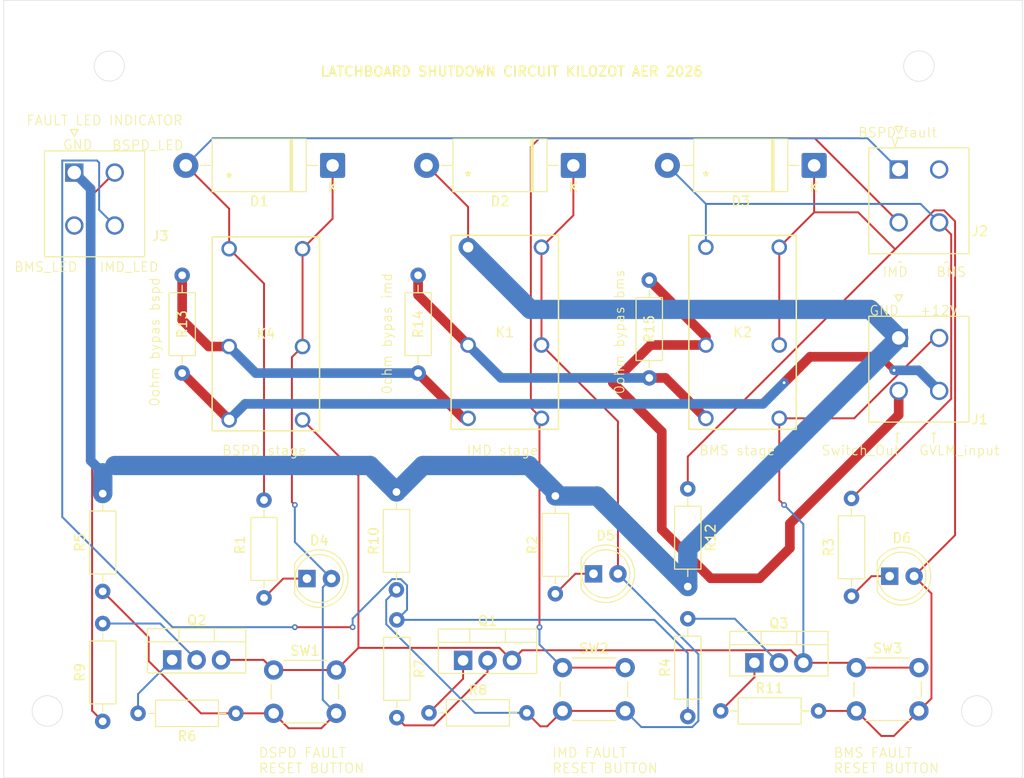
<source format=kicad_pcb>
(kicad_pcb (version 20241229) (generator "pcbnew") (generator_version "9.0")
  (layers (0 "F.Cu" signal) (2 "B.Cu" signal) (13 "F.Paste" user) (15 "B.Paste" user) (5 "F.SilkS" user "F.Silkscreen") (7 "B.SilkS" user "B.Silkscreen") (1 "F.Mask" user) (3 "B.Mask" user) (25 "Edge.Cuts" user))
  (net 0 "")
  (net 1 "BSPD_FAULT")
  (net 2 "Net-(D1-K)")
  (net 3 "GND")
  (net 4 "Net-(D2-K)")
  (net 5 "Net-(D3-K)")
  (net 6 "BMS_FAULT")
  (net 7 "GVLM_INPUT")
  (net 8 "+12V")
  (net 10 "IMD_FAULT")
  (net 11 "IMDfault_LED")
  (net 12 "BSPDfault_LED")
  (net 13 "BMSfault_LED")
  (net 14 "Net-(D4-K)")
  (net 15 "Net-(D5-K)")
  (net 16 "Net-(D6-K)")
  (net 17 "Net-(Q3-D)")
  (net 18 "Net-(Q2-G)")
  (net 19 "Net-(Q1-D)")
  (net 20 "Net-(Q1-G)")
  (net 21 "Net-(Q2-D)")
  (net 22 "Net-(Q3-G)")
  (net 23 "internal_switch_output")
  (net 24 "Net-(K1-Pad3)")
  (net 25 "Net-(K1-Pad4)")
  (footprint "Resistor_THT:R_Axial_DIN0207_L6.3mm_D2.5mm_P10.16mm_Horizontal" (layer "F.Cu") (at 70.08 123.25 180)
    (property "Reference" "R6" (at 5.08 -2.37 0) (layer "F.SilkS"))
    (property "Value" "1k")
    (pad "1" thru_hole circle (at 0 0 180) (size 1.6 1.6) (drill 0.8) (layers "*.Cu" "*.Mask") (net 2 "Net-(D1-K)"))
    (pad "2" thru_hole circle (at 10.16 0 180) (size 1.6 1.6) (drill 0.8) (layers "*.Cu" "*.Mask") (net 18 "Net-(Q2-G)"))
  )
  (footprint "Resistor_THT:R_Axial_DIN0207_L6.3mm_D2.5mm_P10.16mm_Horizontal" (layer "F.Cu") (at 120.42 123)
    (property "Reference" "R11" (at 5.08 -2.37 0) (layer "F.SilkS"))
    (property "Value" "1k")
    (pad "1" thru_hole circle (at 0 0) (size 1.6 1.6) (drill 0.8) (layers "*.Cu" "*.Mask") (net 22 "Net-(Q3-G)"))
    (pad "2" thru_hole circle (at 10.16 0) (size 1.6 1.6) (drill 0.8) (layers "*.Cu" "*.Mask") (net 5 "Net-(D3-K)"))
  )
  (footprint "1MyCustomLibrary:RELAY_G6B-2114P-US_OMR" (layer "F.Cu") (at 77 92.66)
    (property "Reference" "K4" (at -3.81 -8.840001 0) (layer "F.SilkS"))
    (property "Value" "G6B-2214P-US DC12")
    (fp_text user "*" (at -7.62 -24.980002 0) (layer "F.SilkS"))
    (fp_text user "*" (at -7.62 -24.980002 0) (layer "F.SilkS"))
    (pad "1" thru_hole circle (at -7.62 -17.680001) (size 1.608074 1.608074) (drill 1.0922) (layers "*.Cu" "*.Mask") (net 1 "BSPD_FAULT"))
    (pad "3" thru_hole circle (at -7.62 -7.520001) (size 1.608074 1.608074) (drill 1.0922) (layers "*.Cu" "*.Mask") (net 25 "Net-(K1-Pad4)"))
    (pad "4" thru_hole circle (at -7.62 0.099999) (size 1.608074 1.608074) (drill 1.0922) (layers "*.Cu" "*.Mask") (net 7 "GVLM_INPUT"))
    (pad "5" thru_hole circle (at 0 0.099999) (size 1.608074 1.608074) (drill 1.0922) (layers "*.Cu" "*.Mask") (net 8 "+12V"))
    (pad "6" thru_hole circle (at 0 -7.520001) (size 1.608074 1.608074) (drill 1.0922) (layers "*.Cu" "*.Mask") (net 2 "Net-(D1-K)"))
    (pad "8" thru_hole circle (at 0 -17.680001) (size 1.608074 1.608074) (drill 1.0922) (layers "*.Cu" "*.Mask") (net 2 "Net-(D1-K)"))
  )
  (footprint "Package_TO_SOT_THT:TO-220-3_Vertical" (layer "F.Cu") (at 63.46 117.7)
    (property "Reference" "Q2" (at 2.54 -4.1 0) (layer "F.SilkS"))
    (property "Value" "PMOS")
    (pad "1" thru_hole rect (at 0 0) (size 1.905 2) (drill 1.1) (layers "*.Cu" "*.Mask") (net 18 "Net-(Q2-G)"))
    (pad "2" thru_hole oval (at 2.54 0) (size 1.905 2) (drill 1.1) (layers "*.Cu" "*.Mask") (net 21 "Net-(Q2-D)"))
    (pad "3" thru_hole oval (at 5.08 0) (size 1.905 2) (drill 1.1) (layers "*.Cu" "*.Mask") (net 8 "+12V"))
  )
  (footprint "Resistor_THT:R_Axial_DIN0207_L6.3mm_D2.5mm_P10.16mm_Horizontal" (layer "F.Cu") (at 117 123.58 90)
    (property "Reference" "R4" (at 5.08 -2.37 90) (layer "F.SilkS"))
    (property "Value" "470")
    (pad "1" thru_hole circle (at 0 0 90) (size 1.6 1.6) (drill 0.8) (layers "*.Cu" "*.Mask") (net 11 "IMDfault_LED"))
    (pad "2" thru_hole circle (at 10.16 0 90) (size 1.6 1.6) (drill 0.8) (layers "*.Cu" "*.Mask") (net 17 "Net-(Q3-D)"))
  )
  (footprint "LED_THT:LED_D5.0mm" (layer "F.Cu") (at 77.46 109.25)
    (property "Reference" "D4" (at 1.27 -3.96 0) (layer "F.SilkS"))
    (property "Value" "DEBUG LED")
    (pad "1" thru_hole rect (at 0 0) (size 1.8 1.8) (drill 0.9) (layers "*.Cu" "*.Mask") (net 14 "Net-(D4-K)"))
    (pad "2" thru_hole circle (at 2.54 0) (size 1.8 1.8) (drill 0.9) (layers "*.Cu" "*.Mask") (net 2 "Net-(D1-K)"))
  )
  (footprint "1MyCustomLibrary:RELAY_G6B-2114P-US_OMR" (layer "F.Cu") (at 101.81 92.5)
    (property "Reference" "K1" (at -3.81 -8.840001 0) (layer "F.SilkS"))
    (property "Value" "G6B-2214P-US DC12")
    (fp_text user "*" (at -7.62 -24.980002 0) (layer "F.SilkS"))
    (fp_text user "*" (at -7.62 -24.980002 0) (layer "F.SilkS"))
    (pad "1" thru_hole circle (at -7.62 -17.680001) (size 1.608074 1.608074) (drill 1.0922) (layers "*.Cu" "*.Mask") (net 3 "GND"))
    (pad "3" thru_hole circle (at -7.62 -7.520001) (size 1.608074 1.608074) (drill 1.0922) (layers "*.Cu" "*.Mask") (net 24 "Net-(K1-Pad3)"))
    (pad "4" thru_hole circle (at -7.62 0.099999) (size 1.608074 1.608074) (drill 1.0922) (layers "*.Cu" "*.Mask") (net 25 "Net-(K1-Pad4)"))
    (pad "5" thru_hole circle (at 0 0.099999) (size 1.608074 1.608074) (drill 1.0922) (layers "*.Cu" "*.Mask") (net 10 "IMD_FAULT"))
    (pad "6" thru_hole circle (at 0 -7.520001) (size 1.608074 1.608074) (drill 1.0922) (layers "*.Cu" "*.Mask") (net 4 "Net-(D2-K)"))
    (pad "8" thru_hole circle (at 0 -17.680001) (size 1.608074 1.608074) (drill 1.0922) (layers "*.Cu" "*.Mask") (net 4 "Net-(D2-K)"))
  )
  (footprint "Resistor_THT:R_Axial_DIN0207_L6.3mm_D2.5mm_P10.16mm_Horizontal" (layer "F.Cu") (at 86.75 110.41 90)
    (property "Reference" "R10" (at 5.08 -2.37 90) (layer "F.SilkS"))
    (property "Value" "10k")
    (pad "1" thru_hole circle (at 0 0 90) (size 1.6 1.6) (drill 0.8) (layers "*.Cu" "*.Mask") (net 4 "Net-(D2-K)"))
    (pad "2" thru_hole circle (at 10.16 0 90) (size 1.6 1.6) (drill 0.8) (layers "*.Cu" "*.Mask") (net 3 "GND"))
  )
  (footprint "1MyCustomLibrary:MOLEX_39296048" (layer "F.Cu") (at 138.9 66.74425)
    (property "Reference" "J2" (at 8.42 6.40775 0) (layer "F.SilkS"))
    (property "Value" "2x2con")
    (pad "1" thru_hole rect (at 0 0) (size 1.9 1.9) (drill 1.4) (layers "*.Cu") (net 1 "BSPD_FAULT"))
    (pad "2" thru_hole circle (at 4.2 0) (size 1.9 1.9) (drill 1.4) (layers "*.Cu"))
    (pad "3" thru_hole circle (at 0 5.5) (size 1.9 1.9) (drill 1.4) (layers "*.Cu") (net 10 "IMD_FAULT"))
    (pad "4" thru_hole circle (at 4.2 5.5) (size 1.9 1.9) (drill 1.4) (layers "*.Cu") (net 6 "BMS_FAULT"))
  )
  (footprint "1MyCustomLibrary:RELAY_G6B-2114P-US_OMR" (layer "F.Cu") (at 126.5 92.5)
    (property "Reference" "K2" (at -3.81 -8.840001 0) (layer "F.SilkS"))
    (property "Value" "G6B-2214P-US DC12")
    (fp_text user "*" (at -7.62 -24.980002 0) (layer "F.SilkS"))
    (fp_text user "*" (at -7.62 -24.980002 0) (layer "F.SilkS"))
    (pad "1" thru_hole circle (at -7.62 -17.680001) (size 1.608074 1.608074) (drill 1.0922) (layers "*.Cu" "*.Mask") (net 6 "BMS_FAULT"))
    (pad "3" thru_hole circle (at -7.62 -7.520001) (size 1.608074 1.608074) (drill 1.0922) (layers "*.Cu" "*.Mask") (net 23 "internal_switch_output"))
    (pad "4" thru_hole circle (at -7.62 0.099999) (size 1.608074 1.608074) (drill 1.0922) (layers "*.Cu" "*.Mask") (net 24 "Net-(K1-Pad3)"))
    (pad "5" thru_hole circle (at 0 0.099999) (size 1.608074 1.608074) (drill 1.0922) (layers "*.Cu" "*.Mask") (net 8 "+12V"))
    (pad "6" thru_hole circle (at 0 -7.520001) (size 1.608074 1.608074) (drill 1.0922) (layers "*.Cu" "*.Mask") (net 5 "Net-(D3-K)"))
    (pad "8" thru_hole circle (at 0 -17.680001) (size 1.608074 1.608074) (drill 1.0922) (layers "*.Cu" "*.Mask") (net 5 "Net-(D3-K)"))
  )
  (footprint "1MyCustomLibrary:MOLEX_39296048" (layer "F.Cu") (at 53.3 67.064249)
    (property "Reference" "J3" (at 8.93 6.595751 0) (layer "F.SilkS"))
    (property "Value" "2x2con")
    (pad "1" thru_hole rect (at 0 0) (size 1.9 1.9) (drill 1.4) (layers "*.Cu") (net 3 "GND"))
    (pad "2" thru_hole circle (at 4.2 0) (size 1.9 1.9) (drill 1.4) (layers "*.Cu") (net 12 "BSPDfault_LED"))
    (pad "3" thru_hole circle (at 0 5.5) (size 1.9 1.9) (drill 1.4) (layers "*.Cu") (net 13 "BMSfault_LED"))
    (pad "4" thru_hole circle (at 4.2 5.5) (size 1.9 1.9) (drill 1.4) (layers "*.Cu") (net 11 "IMDfault_LED"))
  )
  (footprint "Resistor_THT:R_Axial_DIN0207_L6.3mm_D2.5mm_P10.16mm_Horizontal" (layer "F.Cu") (at 117 99.92 -90)
    (property "Reference" "R12" (at 5.08 -2.37 90) (layer "F.SilkS"))
    (property "Value" "10k")
    (pad "1" thru_hole circle (at 0 0 270) (size 1.6 1.6) (drill 0.8) (layers "*.Cu" "*.Mask") (net 5 "Net-(D3-K)"))
    (pad "2" thru_hole circle (at 10.16 0 270) (size 1.6 1.6) (drill 0.8) (layers "*.Cu" "*.Mask") (net 3 "GND"))
  )
  (footprint "Diode_THT:D_DO-201_P15.24mm_Horizontal" (layer "F.Cu") (at 80.12 66.319999 180)
    (property "Reference" "D1" (at 7.62 -3.725 0) (layer "F.SilkS"))
    (property "Value" "1N4148WT")
    (fp_text user "K" (at 0 -2.3 0) (layer "F.SilkS"))
    (pad "1" thru_hole roundrect (at 0 0 180) (size 2.6 2.6) (drill 1.3) (layers "*.Cu" "*.Mask") (roundrect_rratio 0.096154) (net 2 "Net-(D1-K)"))
    (pad "2" thru_hole circle (at 15.24 0 180) (size 2.6 2.6) (drill 1.3) (layers "*.Cu" "*.Mask") (net 1 "BSPD_FAULT"))
  )
  (footprint "Resistor_THT:R_Axial_DIN0207_L6.3mm_D2.5mm_P10.16mm_Horizontal" (layer "F.Cu") (at 90.13 123.2)
    (property "Reference" "R8" (at 5.08 -2.37 0) (layer "F.SilkS"))
    (property "Value" "1k")
    (pad "1" thru_hole circle (at 0 0) (size 1.6 1.6) (drill 0.8) (layers "*.Cu" "*.Mask") (net 20 "Net-(Q1-G)"))
    (pad "2" thru_hole circle (at 10.16 0) (size 1.6 1.6) (drill 0.8) (layers "*.Cu" "*.Mask") (net 4 "Net-(D2-K)"))
  )
  (footprint "LED_THT:LED_D5.0mm" (layer "F.Cu") (at 107.21 108.75)
    (property "Reference" "D5" (at 1.27 -3.96 0) (layer "F.SilkS"))
    (property "Value" "DEBUG LED")
    (pad "1" thru_hole rect (at 0 0) (size 1.8 1.8) (drill 0.9) (layers "*.Cu" "*.Mask") (net 15 "Net-(D5-K)"))
    (pad "2" thru_hole circle (at 2.54 0) (size 1.8 1.8) (drill 0.9) (layers "*.Cu" "*.Mask") (net 4 "Net-(D2-K)"))
  )
  (footprint "Package_TO_SOT_THT:TO-220-3_Vertical" (layer "F.Cu") (at 93.67 117.75)
    (property "Reference" "Q1" (at 2.54 -4.1 0) (layer "F.SilkS"))
    (property "Value" "PMOS")
    (pad "1" thru_hole rect (at 0 0) (size 1.905 2) (drill 1.1) (layers "*.Cu" "*.Mask") (net 20 "Net-(Q1-G)"))
    (pad "2" thru_hole oval (at 2.54 0) (size 1.905 2) (drill 1.1) (layers "*.Cu" "*.Mask") (net 19 "Net-(Q1-D)"))
    (pad "3" thru_hole oval (at 5.08 0) (size 1.905 2) (drill 1.1) (layers "*.Cu" "*.Mask") (net 8 "+12V"))
  )
  (footprint "Package_TO_SOT_THT:TO-220-3_Vertical" (layer "F.Cu") (at 123.92 118)
    (property "Reference" "Q3" (at 2.54 -4.1 0) (layer "F.SilkS"))
    (property "Value" "PMOS")
    (pad "1" thru_hole rect (at 0 0) (size 1.905 2) (drill 1.1) (layers "*.Cu" "*.Mask") (net 22 "Net-(Q3-G)"))
    (pad "2" thru_hole oval (at 2.54 0) (size 1.905 2) (drill 1.1) (layers "*.Cu" "*.Mask") (net 17 "Net-(Q3-D)"))
    (pad "3" thru_hole oval (at 5.08 0) (size 1.905 2) (drill 1.1) (layers "*.Cu" "*.Mask") (net 8 "+12V"))
  )
  (footprint "Button_Switch_THT:SW_PUSH_6mm" (layer "F.Cu") (at 134.5 118.5)
    (property "Reference" "SW3" (at 3.25 -2 0) (layer "F.SilkS"))
    (property "Value" "SW_Push")
    (pad "1" thru_hole circle (at 0 0 90) (size 2 2) (drill 1.1) (layers "*.Cu" "*.Mask") (net 8 "+12V"))
    (pad "1" thru_hole circle (at 6.5 0 90) (size 2 2) (drill 1.1) (layers "*.Cu" "*.Mask") (net 8 "+12V"))
    (pad "2" thru_hole circle (at 0 4.5 90) (size 2 2) (drill 1.1) (layers "*.Cu" "*.Mask") (net 5 "Net-(D3-K)"))
    (pad "2" thru_hole circle (at 6.5 4.5 90) (size 2 2) (drill 1.1) (layers "*.Cu" "*.Mask") (net 5 "Net-(D3-K)"))
  )
  (footprint "Resistor_THT:R_Axial_DIN0207_L6.3mm_D2.5mm_P10.16mm_Horizontal" (layer "F.Cu") (at 86.79 113.54 -90)
    (property "Reference" "R7" (at 5.08 -2.37 90) (layer "F.SilkS"))
    (property "Value" "470")
    (pad "1" thru_hole circle (at 0 0 270) (size 1.6 1.6) (drill 0.8) (layers "*.Cu" "*.Mask") (net 11 "IMDfault_LED"))
    (pad "2" thru_hole circle (at 10.16 0 270) (size 1.6 1.6) (drill 0.8) (layers "*.Cu" "*.Mask") (net 19 "Net-(Q1-D)"))
  )
  (footprint "Resistor_THT:R_Axial_DIN0207_L6.3mm_D2.5mm_P10.16mm_Horizontal" (layer "F.Cu") (at 73 111.25 90)
    (property "Reference" "R1" (at 5.5 -2.5 90) (layer "F.SilkS"))
    (property "Value" "1k")
    (pad "1" thru_hole circle (at 0 0 90) (size 1.6 1.6) (drill 0.8) (layers "*.Cu" "*.Mask") (net 14 "Net-(D4-K)"))
    (pad "2" thru_hole circle (at 10.16 0 90) (size 1.6 1.6) (drill 0.8) (layers "*.Cu" "*.Mask") (net 1 "BSPD_FAULT"))
  )
  (footprint "Resistor_THT:R_Axial_DIN0207_L6.3mm_D2.5mm_P10.16mm_Horizontal" (layer "F.Cu") (at 113 88.399999 90)
    (property "Reference" "R15" (at 5.08 0 90) (layer "F.SilkS"))
    (property "Value" "0")
    (pad "1" thru_hole circle (at 0 0 90) (size 1.6 1.6) (drill 0.8) (layers "*.Cu" "*.Mask") (net 24 "Net-(K1-Pad3)"))
    (pad "2" thru_hole circle (at 10.16 0 90) (size 1.6 1.6) (drill 0.8) (layers "*.Cu" "*.Mask") (net 23 "internal_switch_output"))
  )
  (footprint "Resistor_THT:R_Axial_DIN0207_L6.3mm_D2.5mm_P10.16mm_Horizontal" (layer "F.Cu") (at 56.25 110.58 90)
    (property "Reference" "R5" (at 5.08 -2.37 90) (layer "F.SilkS"))
    (property "Value" "10k")
    (pad "1" thru_hole circle (at 0 0 90) (size 1.6 1.6) (drill 0.8) (layers "*.Cu" "*.Mask") (net 2 "Net-(D1-K)"))
    (pad "2" thru_hole circle (at 10.16 0 90) (size 1.6 1.6) (drill 0.8) (layers "*.Cu" "*.Mask") (net 3 "GND"))
  )
  (footprint "LED_THT:LED_D5.0mm" (layer "F.Cu") (at 137.96 109)
    (property "Reference" "D6" (at 1.27 -3.96 0) (layer "F.SilkS"))
    (property "Value" "DEBUG LED")
    (pad "1" thru_hole rect (at 0 0) (size 1.8 1.8) (drill 0.9) (layers "*.Cu" "*.Mask") (net 16 "Net-(D6-K)"))
    (pad "2" thru_hole circle (at 2.54 0) (size 1.8 1.8) (drill 0.9) (layers "*.Cu" "*.Mask") (net 5 "Net-(D3-K)"))
  )
  (footprint "Resistor_THT:R_Axial_DIN0207_L6.3mm_D2.5mm_P10.16mm_Horizontal" (layer "F.Cu") (at 103.25 110.83 90)
    (property "Reference" "R2" (at 5.08 -2.37 90) (layer "F.SilkS"))
    (property "Value" "1k")
    (pad "1" thru_hole circle (at 0 0 90) (size 1.6 1.6) (drill 0.8) (layers "*.Cu" "*.Mask") (net 15 "Net-(D5-K)"))
    (pad "2" thru_hole circle (at 10.16 0 90) (size 1.6 1.6) (drill 0.8) (layers "*.Cu" "*.Mask") (net 3 "GND"))
  )
  (footprint "Resistor_THT:R_Axial_DIN0207_L6.3mm_D2.5mm_P10.16mm_Horizontal" (layer "F.Cu") (at 56.25 124.08 90)
    (property "Reference" "R9" (at 5.08 -2.37 90) (layer "F.SilkS"))
    (property "Value" "470")
    (pad "1" thru_hole circle (at 0 0 90) (size 1.6 1.6) (drill 0.8) (layers "*.Cu" "*.Mask") (net 12 "BSPDfault_LED"))
    (pad "2" thru_hole circle (at 10.16 0 90) (size 1.6 1.6) (drill 0.8) (layers "*.Cu" "*.Mask") (net 21 "Net-(Q2-D)"))
  )
  (footprint "Resistor_THT:R_Axial_DIN0207_L6.3mm_D2.5mm_P10.16mm_Horizontal" (layer "F.Cu") (at 64.5 87.899999 90)
    (property "Reference" "R13" (at 5.08 0 90) (layer "F.SilkS"))
    (property "Value" "0")
    (pad "1" thru_hole circle (at 0 0 90) (size 1.6 1.6) (drill 0.8) (layers "*.Cu" "*.Mask") (net 7 "GVLM_INPUT"))
    (pad "2" thru_hole circle (at 10.16 0 90) (size 1.6 1.6) (drill 0.8) (layers "*.Cu" "*.Mask") (net 25 "Net-(K1-Pad4)"))
  )
  (footprint "Resistor_THT:R_Axial_DIN0207_L6.3mm_D2.5mm_P10.16mm_Horizontal" (layer "F.Cu") (at 89 87.899999 90)
    (property "Reference" "R14" (at 5.08 0 90) (layer "F.SilkS"))
    (property "Value" "0")
    (pad "1" thru_hole circle (at 0 0 90) (size 1.6 1.6) (drill 0.8) (layers "*.Cu" "*.Mask") (net 25 "Net-(K1-Pad4)"))
    (pad "2" thru_hole circle (at 10.16 0 90) (size 1.6 1.6) (drill 0.8) (layers "*.Cu" "*.Mask") (net 24 "Net-(K1-Pad3)"))
  )
  (footprint "Button_Switch_THT:SW_PUSH_6mm" (layer "F.Cu") (at 104 118.5)
    (property "Reference" "SW2" (at 3.25 -2 0) (layer "F.SilkS"))
    (property "Value" "SW_Push")
    (pad "1" thru_hole circle (at 0 0 90) (size 2 2) (drill 1.1) (layers "*.Cu" "*.Mask") (net 10 "IMD_FAULT"))
    (pad "1" thru_hole circle (at 6.5 0 90) (size 2 2) (drill 1.1) (layers "*.Cu" "*.Mask") (net 10 "IMD_FAULT"))
    (pad "2" thru_hole circle (at 0 4.5 90) (size 2 2) (drill 1.1) (layers "*.Cu" "*.Mask") (net 4 "Net-(D2-K)"))
    (pad "2" thru_hole circle (at 6.5 4.5 90) (size 2 2) (drill 1.1) (layers "*.Cu" "*.Mask") (net 4 "Net-(D2-K)"))
  )
  (footprint "Button_Switch_THT:SW_PUSH_6mm" (layer "F.Cu") (at 74 118.75)
    (property "Reference" "SW1" (at 3.25 -2 0) (layer "F.SilkS"))
    (property "Value" "SW_Push")
    (pad "1" thru_hole circle (at 0 0 90) (size 2 2) (drill 1.1) (layers "*.Cu" "*.Mask") (net 8 "+12V"))
    (pad "1" thru_hole circle (at 6.5 0 90) (size 2 2) (drill 1.1) (layers "*.Cu" "*.Mask") (net 8 "+12V"))
    (pad "2" thru_hole circle (at 0 4.5 90) (size 2 2) (drill 1.1) (layers "*.Cu" "*.Mask") (net 2 "Net-(D1-K)"))
    (pad "2" thru_hole circle (at 6.5 4.5 90) (size 2 2) (drill 1.1) (layers "*.Cu" "*.Mask") (net 2 "Net-(D1-K)"))
  )
  (footprint "1MyCustomLibrary:MOLEX_39296048" (layer "F.Cu") (at 138.9 84.24425)
    (property "Reference" "J1" (at 8.42 8.46575 0) (layer "F.SilkS"))
    (property "Value" "2x2con")
    (pad "1" thru_hole rect (at 0 0) (size 1.9 1.9) (drill 1.4) (layers "*.Cu") (net 3 "GND"))
    (pad "2" thru_hole circle (at 4.2 0) (size 1.9 1.9) (drill 1.4) (layers "*.Cu") (net 8 "+12V"))
    (pad "3" thru_hole circle (at 0 5.5) (size 1.9 1.9) (drill 1.4) (layers "*.Cu") (net 23 "internal_switch_output"))
    (pad "4" thru_hole circle (at 4.2 5.5) (size 1.9 1.9) (drill 1.4) (layers "*.Cu") (net 7 "GVLM_INPUT"))
  )
  (footprint "Resistor_THT:R_Axial_DIN0207_L6.3mm_D2.5mm_P10.16mm_Horizontal" (layer "F.Cu") (at 134 111.08 90)
    (property "Reference" "R3" (at 5.08 -2.37 90) (layer "F.SilkS"))
    (property "Value" "1k")
    (pad "1" thru_hole circle (at 0 0 90) (size 1.6 1.6) (drill 0.8) (layers "*.Cu" "*.Mask") (net 16 "Net-(D6-K)"))
    (pad "2" thru_hole circle (at 10.16 0 90) (size 1.6 1.6) (drill 0.8) (layers "*.Cu" "*.Mask") (net 6 "BMS_FAULT"))
  )
  (footprint "Diode_THT:D_DO-201_P15.24mm_Horizontal" (layer "F.Cu") (at 130.12 66.319999 180)
    (property "Reference" "D3" (at 7.62 -3.725 0) (layer "F.SilkS"))
    (property "Value" "1N4148WT")
    (fp_text user "K" (at 0 -2.3 0) (layer "F.SilkS"))
    (pad "1" thru_hole roundrect (at 0 0 180) (size 2.6 2.6) (drill 1.3) (layers "*.Cu" "*.Mask") (roundrect_rratio 0.096154) (net 5 "Net-(D3-K)"))
    (pad "2" thru_hole circle (at 15.24 0 180) (size 2.6 2.6) (drill 1.3) (layers "*.Cu" "*.Mask") (net 6 "BMS_FAULT"))
  )
  (footprint "Diode_THT:D_DO-201_P15.24mm_Horizontal" (layer "F.Cu") (at 105.12 66.319999 180)
    (property "Reference" "D2" (at 7.62 -3.725 0) (layer "F.SilkS"))
    (property "Value" "1N4148WT")
    (fp_text user "K" (at 0 -2.3 0) (layer "F.SilkS"))
    (pad "1" thru_hole roundrect (at 0 0 180) (size 2.6 2.6) (drill 1.3) (layers "*.Cu" "*.Mask") (roundrect_rratio 0.096154) (net 4 "Net-(D2-K)"))
    (pad "2" thru_hole circle (at 15.24 0 180) (size 2.6 2.6) (drill 1.3) (layers "*.Cu" "*.Mask") (net 3 "GND"))
  )
  (gr_circle (center 50.5 123) (end 52 123.5) (stroke (width 0.05)) (fill no) (layer "Edge.Cuts"))
  (gr_circle (center 141 56) (end 142.5 56.5) (stroke (width 0.05)) (fill no) (layer "Edge.Cuts"))
  (gr_circle (center 147 123) (end 146.5 124.5) (stroke (width 0.05)) (fill no) (layer "Edge.Cuts"))
  (gr_circle (center 56.93675 56) (end 58.138312 57) (stroke (width 0.05)) (fill no) (layer "Edge.Cuts"))
  (gr_rect (start 45.97 49.16) (end 151.74 129.945) (stroke (width 0.05)) (fill no) (layer "Edge.Cuts"))
  (gr_text "I" (at 142.24 95.25 0) (layer "F.SilkS") (effects (font (size 1 1) (thickness 0.1)) (justify left bottom)))
  (gr_text "LATCHBOARD SHUTDOWN CIRCUIT KILOZOT AER 2026" (at 78.74 57.15 0) (layer "F.SilkS") (effects (font (size 1 1) (thickness 0.2) (bold yes)) (justify left bottom)))
  (gr_text "BSPD_fault" (at 134.62 63.5 0) (layer "F.SilkS") (effects (font (size 1 1) (thickness 0.1)) (justify left bottom)))
  (gr_text "BSPD stage" (at 68.58 96.52 0) (layer "F.SilkS") (effects (font (size 1 1) (thickness 0.1)) (justify left bottom)))
  (gr_text "IMD_LED" (at 55.88 77.47 0) (layer "F.SilkS") (effects (font (size 1 1) (thickness 0.1)) (justify left bottom)))
  (gr_text "^" (at 138.684 77.47 0) (layer "F.SilkS") (effects (font (size 1 1) (thickness 0.1)) (justify left bottom)))
  (gr_text "^" (at 142.24 95.25 0) (layer "F.SilkS") (effects (font (size 1 1) (thickness 0.1)) (justify left bottom)))
  (gr_text "BMS" (at 142.748 77.978 0) (layer "F.SilkS") (effects (font (size 1 1) (thickness 0.1)) (justify left bottom)))
  (gr_text "GVLM_input" (at 140.97 96.52 0) (layer "F.SilkS") (effects (font (size 1 1) (thickness 0.1)) (justify left bottom)))
  (gr_text "FAULT LED INDICATOR" (at 48.26 62.23 0) (layer "F.SilkS") (effects (font (size 1 1) (thickness 0.1)) (justify left bottom)))
  (gr_text "V" (at 138.031429 64.49425 0) (layer "F.SilkS") (effects (font (size 1 1) (thickness 0.1)) (justify left bottom)))
  (gr_text "BSPD_LED" (at 57.15 64.814249 0) (layer "F.SilkS") (effects (font (size 1 1) (thickness 0.1)) (justify left bottom)))
  (gr_text "^" (at 138.43 95.25 0) (layer "F.SilkS") (effects (font (size 1 1) (thickness 0.1)) (justify left bottom)))
  (gr_text "BMS FAULT \nRESET BUTTON" (at 132.08 129.54 0) (layer "F.SilkS") (effects (font (size 1 1) (thickness 0.1)) (justify left bottom)))
  (gr_text "IMD FAULT \nRESET BUTTON" (at 102.87 129.54 0) (layer "F.SilkS") (effects (font (size 1 1) (thickness 0.1)) (justify left bottom)))
  (gr_text "GND" (at 135.8 81.99425 0) (layer "F.SilkS") (effects (font (size 1 1) (thickness 0.1)) (justify left bottom)))
  (gr_text "GND" (at 52.07 64.77 0) (layer "F.SilkS") (effects (font (size 1 1) (thickness 0.1)) (justify left bottom)))
  (gr_text "0ohm bypas bms" (at 110.49 90.17 90) (layer "F.SilkS") (effects (font (size 1 1) (thickness 0.1)) (justify left bottom)))
  (gr_text "I" (at 138.43 95.25 0) (layer "F.SilkS") (effects (font (size 1 1) (thickness 0.1)) (justify left bottom)))
  (gr_text "BMS_LED" (at 46.99 77.47 0) (layer "F.SilkS") (effects (font (size 1 1) (thickness 0.1)) (justify left bottom)))
  (gr_text "IMD" (at 137.16 77.978 0) (layer "F.SilkS") (effects (font (size 1 1) (thickness 0.1)) (justify left bottom)))
  (gr_text "+12V" (at 141 81.99425 0) (layer "F.SilkS") (effects (font (size 1 1) (thickness 0.1)) (justify left bottom)))
  (gr_text "Switch_Out" (at 130.81 96.52 0) (layer "F.SilkS") (effects (font (size 1 1) (thickness 0.1)) (justify left bottom)))
  (gr_text "0ohm bypas bspd" (at 62.23 91.44 90) (layer "F.SilkS") (effects (font (size 1 1) (thickness 0.1)) (justify left bottom)))
  (gr_text "BMS stage" (at 118.11 96.52 0) (layer "F.SilkS") (effects (font (size 1 1) (thickness 0.1)) (justify left bottom)))
  (gr_text "IMD stage" (at 93.98 96.52 0) (layer "F.SilkS") (effects (font (size 1 1) (thickness 0.1)) (justify left bottom)))
  (gr_text "DSPD FAULT \nRESET BUTTON" (at 72.39 129.54 0) (layer "F.SilkS") (effects (font (size 1 1) (thickness 0.1)) (justify left bottom)))
  (gr_text "0ohm bypas imd" (at 86.36 90.17 90) (layer "F.SilkS") (effects (font (size 1 1) (thickness 0.1)) (justify left bottom)))
  (gr_text "^" (at 143.51 77.47 0) (layer "F.SilkS") (effects (font (size 1 1) (thickness 0.1)) (justify left bottom)))
  (segment (start 64.88 66.319999) (end 69.38 70.819999) (width 0.2) (layer "F.Cu") (net 1))
  (segment (start 73 78.599999) (end 69.38 74.979999) (width 0.2) (layer "F.Cu") (net 1))
  (segment (start 73 101.09) (end 73 78.599999) (width 0.2) (layer "F.Cu") (net 1))
  (segment (start 69.38 70.819999) (end 69.38 74.979999) (width 0.2) (layer "F.Cu") (net 1))
  (segment (start 138.9 66.74425) (end 135.65575 63.5) (width 0.2) (layer "B.Cu") (net 1))
  (segment (start 135.65575 63.5) (end 67.699999 63.5) (width 0.2) (layer "B.Cu") (net 1))
  (segment (start 67.699999 63.5) (end 64.88 66.319999) (width 0.2) (layer "B.Cu") (net 1))
  (segment (start 74 123.25) (end 75.55 124.8) (width 0.2) (layer "F.Cu") (net 2))
  (segment (start 56.25 110.58) (end 61.021 115.351) (width 0.2) (layer "F.Cu") (net 2))
  (segment (start 75.894963 101.294963) (end 75.894963 86.245036) (width 0.2) (layer "F.Cu") (net 2))
  (segment (start 66.4555 123.25) (end 70.08 123.25) (width 0.2) (layer "F.Cu") (net 2))
  (segment (start 80.12 66.319999) (end 80.12 71.859999) (width 0.2) (layer "F.Cu") (net 2))
  (segment (start 61.021 117.8155) (end 66.4555 123.25) (width 0.2) (layer "F.Cu") (net 2))
  (segment (start 77 74.979999) (end 77 85.139999) (width 0.2) (layer "F.Cu") (net 2))
  (segment (start 61.021 115.351) (end 61.021 117.8155) (width 0.2) (layer "F.Cu") (net 2))
  (segment (start 70.08 123.25) (end 74 123.25) (width 0.2) (layer "F.Cu") (net 2))
  (segment (start 80.12 71.859999) (end 77 74.979999) (width 0.2) (layer "F.Cu") (net 2))
  (segment (start 76.2 101.6) (end 75.894963 101.294963) (width 0.2) (layer "F.Cu") (net 2))
  (segment (start 78.95 124.8) (end 80.5 123.25) (width 0.2) (layer "F.Cu") (net 2))
  (segment (start 75.894963 86.245036) (end 77 85.139999) (width 0.2) (layer "F.Cu") (net 2))
  (segment (start 75.55 124.8) (end 78.95 124.8) (width 0.2) (layer "F.Cu") (net 2))
  (via (at 76.2 101.6) (size 0.6) (drill 0.3) (layers "F.Cu" "B.Cu") (net 2))
  (segment (start 80.5 123.25) (end 79.1 121.85) (width 0.2) (layer "B.Cu") (net 2))
  (segment (start 76.2 105.45) (end 76.2 101.6) (width 0.2) (layer "B.Cu") (net 2))
  (segment (start 79.1 121.85) (end 79.1 110.15) (width 0.2) (layer "B.Cu") (net 2))
  (segment (start 80 109.25) (end 76.2 105.45) (width 0.2) (layer "B.Cu") (net 2))
  (segment (start 79.1 110.15) (end 80 109.25) (width 0.2) (layer "B.Cu") (net 2))
  (segment (start 94.19 70.629999) (end 94.19 74.819999) (width 0.2) (layer "F.Cu") (net 3))
  (segment (start 89.88 66.319999) (end 94.19 70.629999) (width 0.2) (layer "F.Cu") (net 3))
  (segment (start 117 106.14425) (end 117 110.08) (width 2) (layer "B.Cu") (net 3))
  (segment (start 117 110.08) (end 107.59 100.67) (width 2) (layer "B.Cu") (net 3))
  (segment (start 89.5 97.5) (end 100.5 97.5) (width 2) (layer "B.Cu") (net 3))
  (segment (start 100.650001 81.28) (end 135.93575 81.28) (width 2) (layer "B.Cu") (net 3))
  (segment (start 56.25 98.25) (end 56.25 100.42) (width 2) (layer "B.Cu") (net 3))
  (segment (start 138.9 84.24425) (end 117 106.14425) (width 2) (layer "B.Cu") (net 3))
  (segment (start 107.59 100.67) (end 103.25 100.67) (width 2) (layer "B.Cu") (net 3))
  (segment (start 103.25 100.25) (end 103.25 100.67) (width 0.2) (layer "B.Cu") (net 3))
  (segment (start 84 97.5) (end 86.75 100.25) (width 2) (layer "B.Cu") (net 3))
  (segment (start 55 97) (end 56.25 98.25) (width 1) (layer "B.Cu") (net 3))
  (segment (start 94.19 74.819999) (end 100.650001 81.28) (width 2) (layer "B.Cu") (net 3))
  (segment (start 135.93575 81.28) (end 138.9 84.24425) (width 2) (layer "B.Cu") (net 3))
  (segment (start 53.3 67.064249) (end 55 68.764249) (width 1) (layer "B.Cu") (net 3))
  (segment (start 86.75 100.25) (end 89.5 97.5) (width 2) (layer "B.Cu") (net 3))
  (segment (start 56.25 100.42) (end 56.25 98.75) (width 2) (layer "B.Cu") (net 3))
  (segment (start 56.25 98.75) (end 57.5 97.5) (width 1) (layer "B.Cu") (net 3))
  (segment (start 100.5 97.5) (end 103.25 100.25) (width 2) (layer "B.Cu") (net 3))
  (segment (start 55 68.764249) (end 55 97) (width 1) (layer "B.Cu") (net 3))
  (segment (start 57.5 97.5) (end 84 97.5) (width 2) (layer "B.Cu") (net 3))
  (segment (start 101.69 124.6) (end 100.29 123.2) (width 0.2) (layer "F.Cu") (net 4))
  (segment (start 104 123) (end 102.4 124.6) (width 0.2) (layer "F.Cu") (net 4))
  (segment (start 101.81 74.819999) (end 101.81 84.979999) (width 0.2) (layer "F.Cu") (net 4))
  (segment (start 105.12 71.509999) (end 101.81 74.819999) (width 0.2) (layer "F.Cu") (net 4))
  (segment (start 105.12 66.319999) (end 105.12 71.509999) (width 0.2) (layer "F.Cu") (net 4))
  (segment (start 104 123) (end 110.5 123) (width 0.2) (layer "F.Cu") (net 4))
  (segment (start 109.75 108.75) (end 109.75 92.919999) (width 0.2) (layer "F.Cu") (net 4))
  (segment (start 109.75 92.919999) (end 101.81 84.979999) (width 0.2) (layer "F.Cu") (net 4))
  (segment (start 102.4 124.6) (end 101.69 124.6) (width 0.2) (layer "F.Cu") (net 4))
  (segment (start 117.45605 124.681) (end 118.101 124.03605) (width 0.2) (layer "B.Cu") (net 4))
  (segment (start 94.89295 123.2) (end 100.29 123.2) (width 0.2) (layer "B.Cu") (net 4))
  (segment (start 118.101 124.03605) (end 118.101 117.101) (width 0.2) (layer "B.Cu") (net 4))
  (segment (start 85.689 111.471) (end 85.689 113.99605) (width 0.2) (layer "B.Cu") (net 4))
  (segment (start 86.75 110.41) (end 85.689 111.471) (width 0.2) (layer "B.Cu") (net 4))
  (segment (start 112.181 124.681) (end 117.45605 124.681) (width 0.2) (layer "B.Cu") (net 4))
  (segment (start 118.101 117.101) (end 109.75 108.75) (width 0.2) (layer "B.Cu") (net 4))
  (segment (start 85.689 113.99605) (end 94.89295 123.2) (width 0.2) (layer "B.Cu") (net 4))
  (segment (start 110.5 123) (end 112.181 124.681) (width 0.2) (layer "B.Cu") (net 4))
  (segment (start 142.581818 70.99325) (end 143.618182 70.99325) (width 0.2) (layer "F.Cu") (net 5))
  (segment (start 144.752 72.127068) (end 144.752 104.748) (width 0.2) (layer "F.Cu") (net 5))
  (segment (start 138.537534 75.037534) (end 142.581818 70.99325) (width 0.2) (layer "F.Cu") (net 5))
  (segment (start 137.1 125.6) (end 134.5 123) (width 0.2) (layer "F.Cu") (net 5))
  (segment (start 142.301 121.699) (end 141 123) (width 0.2) (layer "F.Cu") (net 5))
  (segment (start 117 99.92) (end 117 96.575068) (width 0.2) (layer "F.Cu") (net 5))
  (segment (start 134.5 123) (end 130.58 123) (width 0.2) (layer "F.Cu") (net 5))
  (segment (start 138.4 125.6) (end 137.1 125.6) (width 0.2) (layer "F.Cu") (net 5))
  (segment (start 140.5 109) (end 142.301 110.801) (width 0.2) (layer "F.Cu") (net 5))
  (segment (start 134.699999 71.199999) (end 138.537534 75.037534) (width 0.2) (layer "F.Cu") (net 5))
  (segment (start 130.12 66.319999) (end 130.12 71.199999) (width 0.2) (layer "F.Cu") (net 5))
  (segment (start 142.301 110.801) (end 142.301 121.699) (width 0.2) (layer "F.Cu") (net 5))
  (segment (start 141 123) (end 138.4 125.6) (width 0.2) (layer "F.Cu") (net 5))
  (segment (start 130.12 71.199999) (end 134.699999 71.199999) (width 0.2) (layer "F.Cu") (net 5))
  (segment (start 143.618182 70.99325) (end 144.752 72.127068) (width 0.2) (layer "F.Cu") (net 5))
  (segment (start 130.12 71.199999) (end 126.5 74.819999) (width 0.2) (layer "F.Cu") (net 5))
  (segment (start 117 96.575068) (end 138.537534 75.037534) (width 0.2) (layer "F.Cu") (net 5))
  (segment (start 126.5 74.819999) (end 126.5 84.979999) (width 0.2) (layer "F.Cu") (net 5))
  (segment (start 144.752 104.748) (end 140.5 109) (width 0.2) (layer "F.Cu") (net 5))
  (segment (start 144.351 90.569) (end 134 100.92) (width 0.2) (layer "F.Cu") (net 6))
  (segment (start 143.1 72.24425) (end 144.351 73.49525) (width 0.2) (layer "F.Cu") (net 6))
  (segment (start 144.351 73.49525) (end 144.351 90.569) (width 0.2) (layer "F.Cu") (net 6))
  (segment (start 118.88 70.319999) (end 141.175749 70.319999) (width 0.2) (layer "B.Cu") (net 6))
  (segment (start 118.88 70.319999) (end 118.88 74.819999) (width 0.2) (layer "B.Cu") (net 6))
  (segment (start 114.88 66.319999) (end 118.88 70.319999) (width 0.2) (layer "B.Cu") (net 6))
  (segment (start 141.175749 70.319999) (end 143.1 72.24425) (width 0.2) (layer "B.Cu") (net 6))
  (segment (start 137.002397 86.202397) (end 138.413269 87.613269) (width 0.7) (layer "F.Cu") (net 7))
  (segment (start 64.52 87.899999) (end 64.5 87.899999) (width 0.2) (layer "F.Cu") (net 7))
  (segment (start 129.697603 86.202397) (end 137.002397 86.202397) (width 1) (layer "F.Cu") (net 7))
  (segment (start 69.38 92.759999) (end 64.52 87.899999) (width 1) (layer "F.Cu") (net 7))
  (segment (start 127 88.9) (end 129.697603 86.202397) (width 1) (layer "F.Cu") (net 7))
  (via (at 127 88.9) (size 0.6) (drill 0.3) (layers "F.Cu" "B.Cu") (net 7))
  (via (at 138.413269 87.613269) (size 0.6) (drill 0.3) (layers "F.Cu" "B.Cu") (net 7))
  (segment (start 140.969019 87.613269) (end 143.1 89.74425) (width 1) (layer "B.Cu") (net 7))
  (segment (start 127 88.9) (end 124.805038 91.094962) (width 1) (layer "B.Cu") (net 7))
  (segment (start 138.413269 87.613269) (end 140.969019 87.613269) (width 1) (layer "B.Cu") (net 7))
  (segment (start 124.805038 91.094962) (end 71.045037 91.094962) (width 1) (layer "B.Cu") (net 7))
  (segment (start 71.045037 91.094962) (end 69.38 92.759999) (width 1) (layer "B.Cu") (net 7))
  (segment (start 126.5 101.1) (end 127 101.6) (width 0.2) (layer "F.Cu") (net 8))
  (segment (start 82.801 116.449) (end 80.5 118.75) (width 0.2) (layer "F.Cu") (net 8))
  (segment (start 134 118) (end 134.5 118.5) (width 0.2) (layer "F.Cu") (net 8))
  (segment (start 77 92.759999) (end 82.801 98.560999) (width 0.2) (layer "F.Cu") (net 8))
  (segment (start 142.630818 84.24425) (end 134.275069 92.599999) (width 0.2) (layer "F.Cu") (net 8))
  (segment (start 82.801 98.560999) (end 82.801 116.449) (width 0.2) (layer "F.Cu") (net 8))
  (segment (start 129 118) (end 134 118) (width 0.2) (layer "F.Cu") (net 8))
  (segment (start 127.699 116.699) (end 99.801 116.699) (width 0.2) (layer "F.Cu") (net 8))
  (segment (start 97.449 116.449) (end 82.801 116.449) (width 0.2) (layer "F.Cu") (net 8))
  (segment (start 134.5 118.5) (end 141 118.5) (width 0.2) (layer "F.Cu") (net 8))
  (segment (start 74 118.75) (end 72.95 117.7) (width 0.2) (layer "F.Cu") (net 8))
  (segment (start 134.275069 92.599999) (end 126.5 92.599999) (width 0.2) (layer "F.Cu") (net 8))
  (segment (start 99.801 116.699) (end 98.75 117.75) (width 0.2) (layer "F.Cu") (net 8))
  (segment (start 80.5 118.75) (end 74 118.75) (width 0.2) (layer "F.Cu") (net 8))
  (segment (start 98.75 117.75) (end 97.449 116.449) (width 0.2) (layer "F.Cu") (net 8))
  (segment (start 126.5 92.599999) (end 126.5 101.1) (width 0.2) (layer "F.Cu") (net 8))
  (segment (start 129 118) (end 127.699 116.699) (width 0.2) (layer "F.Cu") (net 8))
  (segment (start 143.1 84.24425) (end 142.630818 84.24425) (width 0.2) (layer "F.Cu") (net 8))
  (segment (start 72.95 117.7) (end 68.54 117.7) (width 0.2) (layer "F.Cu") (net 8))
  (via (at 127 101.6) (size 0.6) (drill 0.3) (layers "F.Cu" "B.Cu") (net 8))
  (segment (start 129 103.6) (end 129 118) (width 0.2) (layer "B.Cu") (net 8))
  (segment (start 127 101.6) (end 129 103.6) (width 0.2) (layer "B.Cu") (net 8))
  (segment (start 138.9 72.213839) (end 138.9 72.24425) (width 0.2) (layer "F.Cu") (net 10))
  (segment (start 100.704963 91.494962) (end 100.704963 64.395037) (width 0.2) (layer "F.Cu") (net 10))
  (segment (start 100.704963 64.395037) (end 101.6 63.5) (width 0.2) (layer "F.Cu") (net 10))
  (segment (start 101.81 92.599999) (end 101.6 92.809999) (width 0.2) (layer "F.Cu") (net 10))
  (segment (start 101.6 92.809999) (end 101.6 114.3) (width 0.2) (layer "F.Cu") (net 10))
  (segment (start 104 118.5) (end 110.5 118.5) (width 0.2) (layer "F.Cu") (net 10))
  (segment (start 101.81 92.599999) (end 100.704963 91.494962) (width 0.2) (layer "F.Cu") (net 10))
  (segment (start 101.6 63.5) (end 130.186161 63.5) (width 0.2) (layer "F.Cu") (net 10))
  (segment (start 130.186161 63.5) (end 138.9 72.213839) (width 0.2) (layer "F.Cu") (net 10))
  (via (at 101.6 114.3) (size 0.6) (drill 0.3) (layers "F.Cu" "B.Cu") (net 10))
  (segment (start 101.6 116.1) (end 104 118.5) (width 0.2) (layer "B.Cu") (net 10))
  (segment (start 101.6 114.3) (end 101.6 116.1) (width 0.2) (layer "B.Cu") (net 10))
  (segment (start 76.2 114.3) (end 82.4 114.3) (width 0.2) (layer "F.Cu") (net 11))
  (segment (start 82.4 114.3) (end 82.201 114.3) (width 0.2) (layer "F.Cu") (net 11))
  (via (at 76.2 114.3) (size 0.6) (drill 0.3) (layers "F.Cu" "B.Cu") (net 11))
  (via (at 82.201 114.3) (size 0.6) (drill 0.3) (layers "F.Cu" "B.Cu") (net 11))
  (segment (start 87.851 109.95395) (end 87.851 112.479) (width 0.2) (layer "B.Cu") (net 11))
  (segment (start 55.88 66.04) (end 55.88 70.944249) (width 0.2) (layer "B.Cu") (net 11))
  (segment (start 117 117) (end 113.54 113.54) (width 0.2) (layer "B.Cu") (net 11))
  (segment (start 52.049 65.813249) (end 52.049 102.849) (width 0.2) (layer "B.Cu") (net 11))
  (segment (start 55.653249 65.813249) (end 55.88 66.04) (width 0.2) (layer "B.Cu") (net 11))
  (segment (start 63.5 114.3) (end 76.2 114.3) (width 0.2) (layer "B.Cu") (net 11))
  (segment (start 87.20605 109.309) (end 87.851 109.95395) (width 0.2) (layer "B.Cu") (net 11))
  (segment (start 113.54 113.54) (end 86.79 113.54) (width 0.2) (layer "B.Cu") (net 11))
  (segment (start 52.049 102.849) (end 63.5 114.3) (width 0.2) (layer "B.Cu") (net 11))
  (segment (start 87.851 112.479) (end 86.79 113.54) (width 0.2) (layer "B.Cu") (net 11))
  (segment (start 86.29395 109.309) (end 87.20605 109.309) (width 0.2) (layer "B.Cu") (net 11))
  (segment (start 82.201 113.40195) (end 86.29395 109.309) (width 0.2) (layer "B.Cu") (net 11))
  (segment (start 117 123.58) (end 117 117) (width 0.2) (layer "B.Cu") (net 11))
  (segment (start 82.201 114.3) (end 82.201 113.40195) (width 0.2) (layer "B.Cu") (net 11))
  (segment (start 52.049 65.813249) (end 55.653249 65.813249) (width 0.2) (layer "B.Cu") (net 11))
  (segment (start 55.88 70.944249) (end 57.5 72.564249) (width 0.2) (layer "B.Cu") (net 11))
  (segment (start 56.25 124.08) (end 55.149 122.979) (width 0.2) (layer "F.Cu") (net 12))
  (segment (start 55.149 69.415249) (end 57.5 67.064249) (width 0.2) (layer "F.Cu") (net 12))
  (segment (start 55.149 122.979) (end 55.149 69.415249) (width 0.2) (layer "F.Cu") (net 12))
  (segment (start 77.46 109.25) (end 75 109.25) (width 0.2) (layer "F.Cu") (net 14))
  (segment (start 75 109.25) (end 73 111.25) (width 0.2) (layer "F.Cu") (net 14))
  (segment (start 107.21 108.75) (end 105.33 108.75) (width 0.2) (layer "F.Cu") (net 15))
  (segment (start 105.33 108.75) (end 103.25 110.83) (width 0.2) (layer "F.Cu") (net 15))
  (segment (start 137.96 109) (end 136.08 109) (width 0.2) (layer "F.Cu") (net 16))
  (segment (start 136.08 109) (end 134 111.08) (width 0.2) (layer "F.Cu") (net 16))
  (segment (start 117 113.42) (end 121.88 113.42) (width 0.2) (layer "B.Cu") (net 17))
  (segment (start 121.88 113.42) (end 126.46 118) (width 0.2) (layer "B.Cu") (net 17))
  (segment (start 59.92 121.24) (end 63.46 117.7) (width 0.2) (layer "B.Cu") (net 18))
  (segment (start 59.92 123.25) (end 59.92 121.24) (width 0.2) (layer "B.Cu") (net 18))
  (segment (start 96.21 117.75) (end 96.21 118.95) (width 0.2) (layer "F.Cu") (net 19))
  (segment (start 96.21 118.95) (end 90.660001 124.499999) (width 0.2) (layer "F.Cu") (net 19))
  (segment (start 87.589999 124.499999) (end 86.79 123.7) (width 0.2) (layer "F.Cu") (net 19))
  (segment (start 90.660001 124.499999) (end 87.589999 124.499999) (width 0.2) (layer "F.Cu") (net 19))
  (segment (start 93.67 119.66) (end 90.13 123.2) (width 0.2) (layer "F.Cu") (net 20))
  (segment (start 93.67 117.75) (end 93.67 119.66) (width 0.2) (layer "F.Cu") (net 20))
  (segment (start 62.22 113.92) (end 66 117.7) (width 0.2) (layer "B.Cu") (net 21))
  (segment (start 56.25 113.92) (end 62.22 113.92) (width 0.2) (layer "B.Cu") (net 21))
  (segment (start 123.92 119.5) (end 120.42 123) (width 0.2) (layer "F.Cu") (net 22))
  (segment (start 123.92 118) (end 123.92 119.5) (width 0.2) (layer "F.Cu") (net 22))
  (segment (start 124.46 109.22) (end 127.601 106.079) (width 1) (layer "F.Cu") (net 23))
  (segment (start 119.38 109.22) (end 124.46 109.22) (width 1) (layer "F.Cu") (net 23))
  (segment (start 138.9 92.24) (end 138.9 89.74425) (width 1) (layer "F.Cu") (net 23))
  (segment (start 109.22 88.9) (end 114.3 93.98) (width 1) (layer "F.Cu") (net 23))
  (segment (start 113 78.239999) (end 118.88 84.119999) (width 1) (layer "F.Cu") (net 23))
  (segment (start 114.3 93.98) (end 114.3 104.14) (width 1) (layer "F.Cu") (net 23))
  (segment (start 127.601 103.539) (end 138.9 92.24) (width 1) (layer "F.Cu") (net 23))
  (segment (start 113.140001 84.979999) (end 109.22 88.9) (width 1) (layer "F.Cu") (net 23))
  (segment (start 114.3 104.14) (end 119.38 109.22) (width 1) (layer "F.Cu") (net 23))
  (segment (start 127.601 106.079) (end 127.601 103.539) (width 1) (layer "F.Cu") (net 23))
  (segment (start 118.88 84.119999) (end 118.88 84.979999) (width 1) (layer "F.Cu") (net 23))
  (segment (start 118.88 84.979999) (end 113.140001 84.979999) (width 1) (layer "F.Cu") (net 23))
  (segment (start 89 77.739999) (end 89 79.789999) (width 1) (layer "F.Cu") (net 24))
  (segment (start 114.68 88.399999) (end 118.88 92.599999) (width 1) (layer "F.Cu") (net 24))
  (segment (start 89 79.789999) (end 94.19 84.979999) (width 1) (layer "F.Cu") (net 24))
  (segment (start 113 88.399999) (end 114.68 88.399999) (width 1) (layer "F.Cu") (net 24))
  (segment (start 113 88.399999) (end 97.61 88.399999) (width 1) (layer "B.Cu") (net 24))
  (segment (start 97.61 88.399999) (end 94.19 84.979999) (width 1) (layer "B.Cu") (net 24))
  (segment (start 89 87.899999) (end 93.7 92.599999) (width 1) (layer "F.Cu") (net 25))
  (segment (start 64.5 82.379998) (end 67.260001 85.139999) (width 1) (layer "F.Cu") (net 25))
  (segment (start 93.7 92.599999) (end 94.19 92.599999) (width 0.2) (layer "F.Cu") (net 25))
  (segment (start 67.260001 85.139999) (end 69.38 85.139999) (width 1) (layer "F.Cu") (net 25))
  (segment (start 64.5 77.739999) (end 64.5 82.379998) (width 1) (layer "F.Cu") (net 25))
  (segment (start 72.14 87.899999) (end 89 87.899999) (width 1) (layer "B.Cu") (net 25))
  (segment (start 69.38 85.139999) (end 72.14 87.899999) (width 1) (layer "B.Cu") (net 25))
)
</source>
